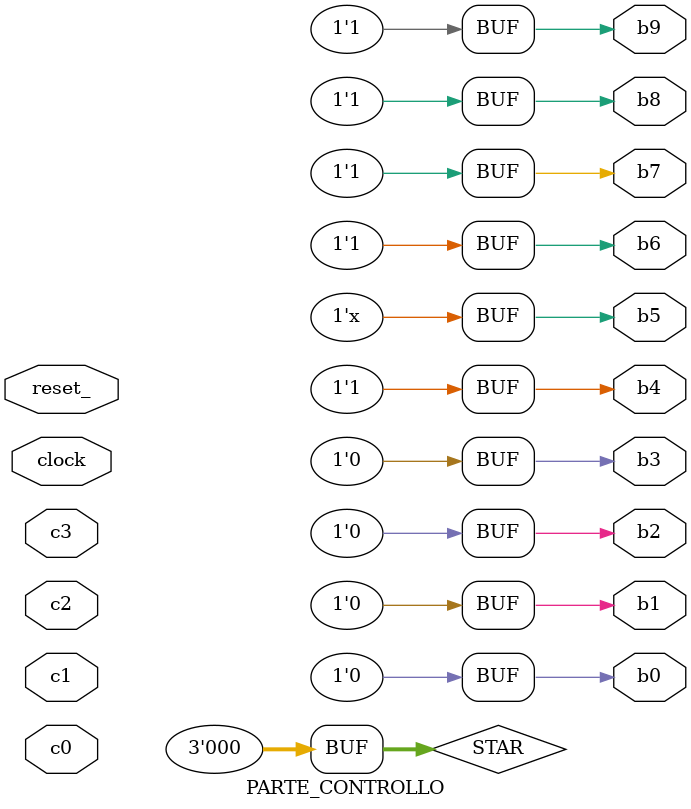
<source format=v>
/*
Sintesi proposta da uno studente
basata
sulla descrizione proposta dai docenti
*/

module ABC(
	colore, endline, dav_,
	txd, rfd,
	reset_, clock
);

	wire b9,b8,b7,b6,b5,b4,b3,b2,b1,b0;
	wire c3,c2,c1,c0;

	input colore, endline, dav_, reset_, clock;
	output txd, rfd;

	PARTE_OPERATIVA PO(
		colore, endline, dav_,
		txd, rfd,
		b9,b8,b7,b6,b5,b4,b3,b2,b1,b0,		// comando
		c3,c2,c1,c0,					// condizionamento
		reset_, clock
	);
	
	PARTE_CONTROLLO PC(
		b9,b8,b7,b6,b5,b4,b3,b2,b1,b0,		// comando
		c3,c2,c1,c0,					// condizionamento
		reset_, clock
	);

endmodule


module PARTE_OPERATIVA (
	colore, endline, dav_,
	txd, rfd,
	b9,b8,b7,b6,b5,b4,b3,b2,b1,b0,		// comando
	c3,c2,c1,c0,					// condizionamento
	reset_, clock
);
	input  b9,b8,b7,b6,b5,b4,b3,b2,b1,b0;
	output c3,c2,c1,c0;

	input colore, endline, dav_, reset_, clock;
	output txd, rfd;
	
	
	// dalla rete ===================================
	reg TXD;
	reg RFD;
	reg B;
	reg ENDLINE;
	reg [6:0] N;
	reg [3:0] CONT;
	reg [9:0] BUFFER;

	assign #1 rfd = RFD;
	assign #1 txd = TXD;
		
	localparam	mark = 1'd1, spacing = 1'd0, start_bit = 1'd0, 
				end_bit = 1'd1;
	// ==============================================


	// assign c =====================================
	assign c0 = ~dav_;
	assign c1 = (colore != B) & (~endline);
	assign c2 = ENDLINE;
	assign c3 = ~CONT[3] & ~CONT[2] & ~CONT[1] & CONT[0];
	// ==============================================
	
	
	// ALWAYS =======================================
	always @(reset_ == 0) #1 RFD <= 1;
	always @(posedge clock) if (reset_==1) #3
        casex({b1, b0}) 
            2'b00: RFD <= 1;
            2'b01: RFD <= 0;
			2'b1?: RFD <= RFD;
    	endcase	

	always @(reset_ == 0) #1 TXD <= 1;
	always @(posedge clock) if (reset_==1) #3
        casex({b3, b2}) 
            2'b00: TXD <= 1;
            2'b01: TXD <= BUFFER[0];
			2'b1?: TXD <= TXD;
    	endcase	

	always @(reset_ == 0) #1 ENDLINE <= 1;
	always @(posedge clock) if (reset_==1) #3
        casex(b4) 
            1'b0: ENDLINE <= endline;
			1'b1: ENDLINE <= ENDLINE;
    	endcase	

	always @(reset_ == 0) #1 N <= 0;
	always @(posedge clock) if (reset_==1) #3
        casex({b6, b5}) 
            2'b00: N <= (B == colore) ? N+1 : N;
            2'b01: N <= 0;
			2'b1?: N <= N;
    	endcase	

	
	always @(posedge clock) if (reset_==1) #3
        casex({b6, b5}) 
            2'b00: CONT <= 4'd10;
            2'b01: CONT <= CONT - 1;
			2'b1?: CONT <= CONT;
    	endcase	


	
	always @(reset_ == 0) #1 B <= 0;
	always @(posedge clock) if (reset_==1) #3
        casex(b7) 
            1'b0: B <= colore;
			1'b1: B <= B;
    	endcase

	always @(posedge clock) if (reset_==1) #3
        casex({b9, b8}) 
            2'b00: BUFFER <= {end_bit, N, B, start_bit};
            2'b01: BUFFER <= {end_bit, 8'H00, start_bit};
            2'b10: BUFFER <= {mark, BUFFER[9:1]};
			2'b11: BUFFER <= BUFFER;
    	endcase	





endmodule



module PARTE_CONTROLLO (
	b9,b8,b7,b6,b5,b4,b3,b2,b1,b0,		// comando
	c3,c2,c1,c0,					// condizionamento
	reset_, clock
);

	input clock, reset_;
	input  c3,c2,c1,c0;
	output b9,b8,b7,b6,b5,b4,b3,b2,b1,b0;

	reg [2:0] STAR;


	// assign b =====================================
	assign {b1,b0} =  (STAR == S0) ? 2'b00 :
					  (STAR == S5) ? 2'B01 :
							    	 2'B1X;
	
	assign {b3,b2} =  (STAR == S0) ? 2'b00 :
					  (STAR == S4) ? 2'B01 :
							    	 2'B1X;

	assign b4 = (STAR == S1) ? 1'b0 : 1'b1;

	assign {b6,b5} =  (STAR == S1) ? 2'b00 :
					  (STAR == S4) ? 2'b01 :
							    	 2'b1X;

	assign b7 = (STAR == S2) ? 1'b0 : 1'b1;

	assign {b9,b8} =  (STAR == S2) ? 2'b00 :
					  (STAR == S3) ? 2'b01 :
					  (STAR == S4) ? 2'b10 :
									 2'b11;
	// ==============================================

	localparam 
		S0 = 0,
		S1 = 1,
		S2 = 2,
		S3 = 3,
		S4 = 4,
		S5 = 5,
		S6 = 6;


	always @(reset_ == 0) #1 STAR <= S0;


	always @(posedge clock) if(reset_ == 1) #3 begin
		casex (STAR)
			S0: STAR <= (c0) ? S1 : S0;
			S1: STAR <= (c1) ? S2 : S3;
			S2: STAR <= S4;
			S3: STAR <= (c2) ? S4 : S5; 
			S4: STAR <= (c3) ? S5 : S4;
			S5: STAR <= (c0) ? S5 : S0;
		endcase
	end


endmodule

</source>
